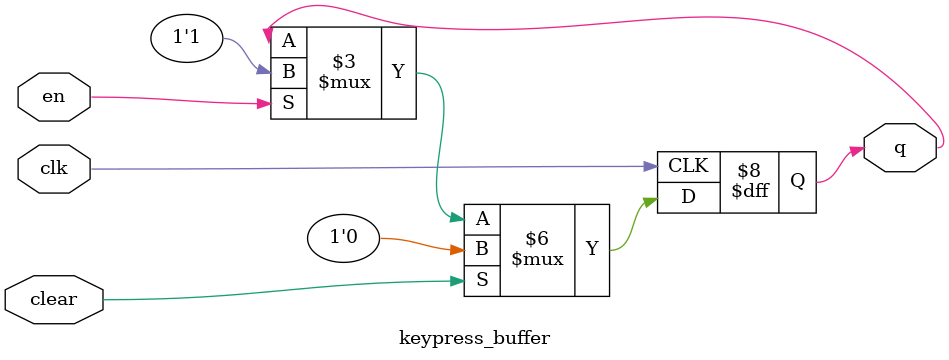
<source format=v>
module keypress_buffer (
   input       clk,
   input       en,
   input       clear,
   output reg  q);
   
   initial q = 0;
   
   always @(posedge clk)
      if (clear)
         q <= 0;
      else if (en)
         q <= 1;
         
endmodule

</source>
